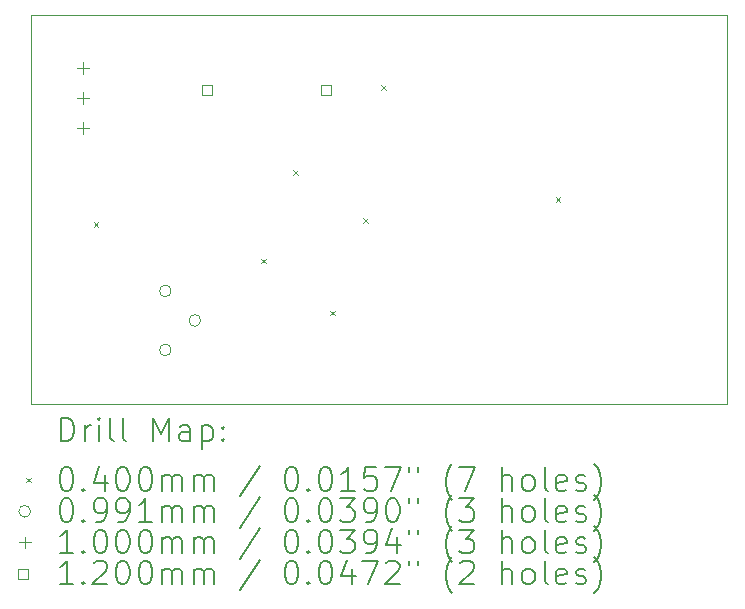
<source format=gbr>
%FSLAX45Y45*%
G04 Gerber Fmt 4.5, Leading zero omitted, Abs format (unit mm)*
G04 Created by KiCad (PCBNEW (6.0.1)) date 2022-04-24 16:37:46*
%MOMM*%
%LPD*%
G01*
G04 APERTURE LIST*
%TA.AperFunction,Profile*%
%ADD10C,0.100000*%
%TD*%
%ADD11C,0.200000*%
%ADD12C,0.040000*%
%ADD13C,0.099060*%
%ADD14C,0.100000*%
%ADD15C,0.120000*%
G04 APERTURE END LIST*
D10*
X12790000Y-7190000D02*
X18680000Y-7190000D01*
X18680000Y-7190000D02*
X18680000Y-10480000D01*
X18680000Y-10480000D02*
X12790000Y-10480000D01*
X12790000Y-10480000D02*
X12790000Y-7190000D01*
D11*
D12*
X13320000Y-8940000D02*
X13360000Y-8980000D01*
X13360000Y-8940000D02*
X13320000Y-8980000D01*
X14740000Y-9250000D02*
X14780000Y-9290000D01*
X14780000Y-9250000D02*
X14740000Y-9290000D01*
X15010000Y-8500000D02*
X15050000Y-8540000D01*
X15050000Y-8500000D02*
X15010000Y-8540000D01*
X15320000Y-9690000D02*
X15360000Y-9730000D01*
X15360000Y-9690000D02*
X15320000Y-9730000D01*
X15600000Y-8910000D02*
X15640000Y-8950000D01*
X15640000Y-8910000D02*
X15600000Y-8950000D01*
X15753000Y-7783000D02*
X15793000Y-7823000D01*
X15793000Y-7783000D02*
X15753000Y-7823000D01*
X17230000Y-8730000D02*
X17270000Y-8770000D01*
X17270000Y-8730000D02*
X17230000Y-8770000D01*
D13*
X13975380Y-9523150D02*
G75*
G03*
X13975380Y-9523150I-49530J0D01*
G01*
X13975380Y-10023150D02*
G75*
G03*
X13975380Y-10023150I-49530J0D01*
G01*
X14225380Y-9773150D02*
G75*
G03*
X14225380Y-9773150I-49530J0D01*
G01*
D14*
X13227500Y-7584500D02*
X13227500Y-7684500D01*
X13177500Y-7634500D02*
X13277500Y-7634500D01*
X13227500Y-7838500D02*
X13227500Y-7938500D01*
X13177500Y-7888500D02*
X13277500Y-7888500D01*
X13227500Y-8092500D02*
X13227500Y-8192500D01*
X13177500Y-8142500D02*
X13277500Y-8142500D01*
D15*
X14325227Y-7865627D02*
X14325227Y-7780773D01*
X14240373Y-7780773D01*
X14240373Y-7865627D01*
X14325227Y-7865627D01*
X15325227Y-7865627D02*
X15325227Y-7780773D01*
X15240373Y-7780773D01*
X15240373Y-7865627D01*
X15325227Y-7865627D01*
D11*
X13042619Y-10795476D02*
X13042619Y-10595476D01*
X13090238Y-10595476D01*
X13118809Y-10605000D01*
X13137857Y-10624048D01*
X13147381Y-10643095D01*
X13156905Y-10681190D01*
X13156905Y-10709762D01*
X13147381Y-10747857D01*
X13137857Y-10766905D01*
X13118809Y-10785952D01*
X13090238Y-10795476D01*
X13042619Y-10795476D01*
X13242619Y-10795476D02*
X13242619Y-10662143D01*
X13242619Y-10700238D02*
X13252143Y-10681190D01*
X13261667Y-10671667D01*
X13280714Y-10662143D01*
X13299762Y-10662143D01*
X13366428Y-10795476D02*
X13366428Y-10662143D01*
X13366428Y-10595476D02*
X13356905Y-10605000D01*
X13366428Y-10614524D01*
X13375952Y-10605000D01*
X13366428Y-10595476D01*
X13366428Y-10614524D01*
X13490238Y-10795476D02*
X13471190Y-10785952D01*
X13461667Y-10766905D01*
X13461667Y-10595476D01*
X13595000Y-10795476D02*
X13575952Y-10785952D01*
X13566428Y-10766905D01*
X13566428Y-10595476D01*
X13823571Y-10795476D02*
X13823571Y-10595476D01*
X13890238Y-10738333D01*
X13956905Y-10595476D01*
X13956905Y-10795476D01*
X14137857Y-10795476D02*
X14137857Y-10690714D01*
X14128333Y-10671667D01*
X14109286Y-10662143D01*
X14071190Y-10662143D01*
X14052143Y-10671667D01*
X14137857Y-10785952D02*
X14118809Y-10795476D01*
X14071190Y-10795476D01*
X14052143Y-10785952D01*
X14042619Y-10766905D01*
X14042619Y-10747857D01*
X14052143Y-10728810D01*
X14071190Y-10719286D01*
X14118809Y-10719286D01*
X14137857Y-10709762D01*
X14233095Y-10662143D02*
X14233095Y-10862143D01*
X14233095Y-10671667D02*
X14252143Y-10662143D01*
X14290238Y-10662143D01*
X14309286Y-10671667D01*
X14318809Y-10681190D01*
X14328333Y-10700238D01*
X14328333Y-10757381D01*
X14318809Y-10776429D01*
X14309286Y-10785952D01*
X14290238Y-10795476D01*
X14252143Y-10795476D01*
X14233095Y-10785952D01*
X14414048Y-10776429D02*
X14423571Y-10785952D01*
X14414048Y-10795476D01*
X14404524Y-10785952D01*
X14414048Y-10776429D01*
X14414048Y-10795476D01*
X14414048Y-10671667D02*
X14423571Y-10681190D01*
X14414048Y-10690714D01*
X14404524Y-10681190D01*
X14414048Y-10671667D01*
X14414048Y-10690714D01*
D12*
X12745000Y-11105000D02*
X12785000Y-11145000D01*
X12785000Y-11105000D02*
X12745000Y-11145000D01*
D11*
X13080714Y-11015476D02*
X13099762Y-11015476D01*
X13118809Y-11025000D01*
X13128333Y-11034524D01*
X13137857Y-11053571D01*
X13147381Y-11091667D01*
X13147381Y-11139286D01*
X13137857Y-11177381D01*
X13128333Y-11196428D01*
X13118809Y-11205952D01*
X13099762Y-11215476D01*
X13080714Y-11215476D01*
X13061667Y-11205952D01*
X13052143Y-11196428D01*
X13042619Y-11177381D01*
X13033095Y-11139286D01*
X13033095Y-11091667D01*
X13042619Y-11053571D01*
X13052143Y-11034524D01*
X13061667Y-11025000D01*
X13080714Y-11015476D01*
X13233095Y-11196428D02*
X13242619Y-11205952D01*
X13233095Y-11215476D01*
X13223571Y-11205952D01*
X13233095Y-11196428D01*
X13233095Y-11215476D01*
X13414048Y-11082143D02*
X13414048Y-11215476D01*
X13366428Y-11005952D02*
X13318809Y-11148810D01*
X13442619Y-11148810D01*
X13556905Y-11015476D02*
X13575952Y-11015476D01*
X13595000Y-11025000D01*
X13604524Y-11034524D01*
X13614048Y-11053571D01*
X13623571Y-11091667D01*
X13623571Y-11139286D01*
X13614048Y-11177381D01*
X13604524Y-11196428D01*
X13595000Y-11205952D01*
X13575952Y-11215476D01*
X13556905Y-11215476D01*
X13537857Y-11205952D01*
X13528333Y-11196428D01*
X13518809Y-11177381D01*
X13509286Y-11139286D01*
X13509286Y-11091667D01*
X13518809Y-11053571D01*
X13528333Y-11034524D01*
X13537857Y-11025000D01*
X13556905Y-11015476D01*
X13747381Y-11015476D02*
X13766428Y-11015476D01*
X13785476Y-11025000D01*
X13795000Y-11034524D01*
X13804524Y-11053571D01*
X13814048Y-11091667D01*
X13814048Y-11139286D01*
X13804524Y-11177381D01*
X13795000Y-11196428D01*
X13785476Y-11205952D01*
X13766428Y-11215476D01*
X13747381Y-11215476D01*
X13728333Y-11205952D01*
X13718809Y-11196428D01*
X13709286Y-11177381D01*
X13699762Y-11139286D01*
X13699762Y-11091667D01*
X13709286Y-11053571D01*
X13718809Y-11034524D01*
X13728333Y-11025000D01*
X13747381Y-11015476D01*
X13899762Y-11215476D02*
X13899762Y-11082143D01*
X13899762Y-11101190D02*
X13909286Y-11091667D01*
X13928333Y-11082143D01*
X13956905Y-11082143D01*
X13975952Y-11091667D01*
X13985476Y-11110714D01*
X13985476Y-11215476D01*
X13985476Y-11110714D02*
X13995000Y-11091667D01*
X14014048Y-11082143D01*
X14042619Y-11082143D01*
X14061667Y-11091667D01*
X14071190Y-11110714D01*
X14071190Y-11215476D01*
X14166428Y-11215476D02*
X14166428Y-11082143D01*
X14166428Y-11101190D02*
X14175952Y-11091667D01*
X14195000Y-11082143D01*
X14223571Y-11082143D01*
X14242619Y-11091667D01*
X14252143Y-11110714D01*
X14252143Y-11215476D01*
X14252143Y-11110714D02*
X14261667Y-11091667D01*
X14280714Y-11082143D01*
X14309286Y-11082143D01*
X14328333Y-11091667D01*
X14337857Y-11110714D01*
X14337857Y-11215476D01*
X14728333Y-11005952D02*
X14556905Y-11263095D01*
X14985476Y-11015476D02*
X15004524Y-11015476D01*
X15023571Y-11025000D01*
X15033095Y-11034524D01*
X15042619Y-11053571D01*
X15052143Y-11091667D01*
X15052143Y-11139286D01*
X15042619Y-11177381D01*
X15033095Y-11196428D01*
X15023571Y-11205952D01*
X15004524Y-11215476D01*
X14985476Y-11215476D01*
X14966428Y-11205952D01*
X14956905Y-11196428D01*
X14947381Y-11177381D01*
X14937857Y-11139286D01*
X14937857Y-11091667D01*
X14947381Y-11053571D01*
X14956905Y-11034524D01*
X14966428Y-11025000D01*
X14985476Y-11015476D01*
X15137857Y-11196428D02*
X15147381Y-11205952D01*
X15137857Y-11215476D01*
X15128333Y-11205952D01*
X15137857Y-11196428D01*
X15137857Y-11215476D01*
X15271190Y-11015476D02*
X15290238Y-11015476D01*
X15309286Y-11025000D01*
X15318809Y-11034524D01*
X15328333Y-11053571D01*
X15337857Y-11091667D01*
X15337857Y-11139286D01*
X15328333Y-11177381D01*
X15318809Y-11196428D01*
X15309286Y-11205952D01*
X15290238Y-11215476D01*
X15271190Y-11215476D01*
X15252143Y-11205952D01*
X15242619Y-11196428D01*
X15233095Y-11177381D01*
X15223571Y-11139286D01*
X15223571Y-11091667D01*
X15233095Y-11053571D01*
X15242619Y-11034524D01*
X15252143Y-11025000D01*
X15271190Y-11015476D01*
X15528333Y-11215476D02*
X15414048Y-11215476D01*
X15471190Y-11215476D02*
X15471190Y-11015476D01*
X15452143Y-11044048D01*
X15433095Y-11063095D01*
X15414048Y-11072619D01*
X15709286Y-11015476D02*
X15614048Y-11015476D01*
X15604524Y-11110714D01*
X15614048Y-11101190D01*
X15633095Y-11091667D01*
X15680714Y-11091667D01*
X15699762Y-11101190D01*
X15709286Y-11110714D01*
X15718809Y-11129762D01*
X15718809Y-11177381D01*
X15709286Y-11196428D01*
X15699762Y-11205952D01*
X15680714Y-11215476D01*
X15633095Y-11215476D01*
X15614048Y-11205952D01*
X15604524Y-11196428D01*
X15785476Y-11015476D02*
X15918809Y-11015476D01*
X15833095Y-11215476D01*
X15985476Y-11015476D02*
X15985476Y-11053571D01*
X16061667Y-11015476D02*
X16061667Y-11053571D01*
X16356905Y-11291667D02*
X16347381Y-11282143D01*
X16328333Y-11253571D01*
X16318809Y-11234524D01*
X16309286Y-11205952D01*
X16299762Y-11158333D01*
X16299762Y-11120238D01*
X16309286Y-11072619D01*
X16318809Y-11044048D01*
X16328333Y-11025000D01*
X16347381Y-10996429D01*
X16356905Y-10986905D01*
X16414048Y-11015476D02*
X16547381Y-11015476D01*
X16461667Y-11215476D01*
X16775952Y-11215476D02*
X16775952Y-11015476D01*
X16861667Y-11215476D02*
X16861667Y-11110714D01*
X16852143Y-11091667D01*
X16833095Y-11082143D01*
X16804524Y-11082143D01*
X16785476Y-11091667D01*
X16775952Y-11101190D01*
X16985476Y-11215476D02*
X16966429Y-11205952D01*
X16956905Y-11196428D01*
X16947381Y-11177381D01*
X16947381Y-11120238D01*
X16956905Y-11101190D01*
X16966429Y-11091667D01*
X16985476Y-11082143D01*
X17014048Y-11082143D01*
X17033095Y-11091667D01*
X17042619Y-11101190D01*
X17052143Y-11120238D01*
X17052143Y-11177381D01*
X17042619Y-11196428D01*
X17033095Y-11205952D01*
X17014048Y-11215476D01*
X16985476Y-11215476D01*
X17166429Y-11215476D02*
X17147381Y-11205952D01*
X17137857Y-11186905D01*
X17137857Y-11015476D01*
X17318810Y-11205952D02*
X17299762Y-11215476D01*
X17261667Y-11215476D01*
X17242619Y-11205952D01*
X17233095Y-11186905D01*
X17233095Y-11110714D01*
X17242619Y-11091667D01*
X17261667Y-11082143D01*
X17299762Y-11082143D01*
X17318810Y-11091667D01*
X17328333Y-11110714D01*
X17328333Y-11129762D01*
X17233095Y-11148810D01*
X17404524Y-11205952D02*
X17423571Y-11215476D01*
X17461667Y-11215476D01*
X17480714Y-11205952D01*
X17490238Y-11186905D01*
X17490238Y-11177381D01*
X17480714Y-11158333D01*
X17461667Y-11148810D01*
X17433095Y-11148810D01*
X17414048Y-11139286D01*
X17404524Y-11120238D01*
X17404524Y-11110714D01*
X17414048Y-11091667D01*
X17433095Y-11082143D01*
X17461667Y-11082143D01*
X17480714Y-11091667D01*
X17556905Y-11291667D02*
X17566429Y-11282143D01*
X17585476Y-11253571D01*
X17595000Y-11234524D01*
X17604524Y-11205952D01*
X17614048Y-11158333D01*
X17614048Y-11120238D01*
X17604524Y-11072619D01*
X17595000Y-11044048D01*
X17585476Y-11025000D01*
X17566429Y-10996429D01*
X17556905Y-10986905D01*
D13*
X12785000Y-11389000D02*
G75*
G03*
X12785000Y-11389000I-49530J0D01*
G01*
D11*
X13080714Y-11279476D02*
X13099762Y-11279476D01*
X13118809Y-11289000D01*
X13128333Y-11298524D01*
X13137857Y-11317571D01*
X13147381Y-11355667D01*
X13147381Y-11403286D01*
X13137857Y-11441381D01*
X13128333Y-11460428D01*
X13118809Y-11469952D01*
X13099762Y-11479476D01*
X13080714Y-11479476D01*
X13061667Y-11469952D01*
X13052143Y-11460428D01*
X13042619Y-11441381D01*
X13033095Y-11403286D01*
X13033095Y-11355667D01*
X13042619Y-11317571D01*
X13052143Y-11298524D01*
X13061667Y-11289000D01*
X13080714Y-11279476D01*
X13233095Y-11460428D02*
X13242619Y-11469952D01*
X13233095Y-11479476D01*
X13223571Y-11469952D01*
X13233095Y-11460428D01*
X13233095Y-11479476D01*
X13337857Y-11479476D02*
X13375952Y-11479476D01*
X13395000Y-11469952D01*
X13404524Y-11460428D01*
X13423571Y-11431857D01*
X13433095Y-11393762D01*
X13433095Y-11317571D01*
X13423571Y-11298524D01*
X13414048Y-11289000D01*
X13395000Y-11279476D01*
X13356905Y-11279476D01*
X13337857Y-11289000D01*
X13328333Y-11298524D01*
X13318809Y-11317571D01*
X13318809Y-11365190D01*
X13328333Y-11384238D01*
X13337857Y-11393762D01*
X13356905Y-11403286D01*
X13395000Y-11403286D01*
X13414048Y-11393762D01*
X13423571Y-11384238D01*
X13433095Y-11365190D01*
X13528333Y-11479476D02*
X13566428Y-11479476D01*
X13585476Y-11469952D01*
X13595000Y-11460428D01*
X13614048Y-11431857D01*
X13623571Y-11393762D01*
X13623571Y-11317571D01*
X13614048Y-11298524D01*
X13604524Y-11289000D01*
X13585476Y-11279476D01*
X13547381Y-11279476D01*
X13528333Y-11289000D01*
X13518809Y-11298524D01*
X13509286Y-11317571D01*
X13509286Y-11365190D01*
X13518809Y-11384238D01*
X13528333Y-11393762D01*
X13547381Y-11403286D01*
X13585476Y-11403286D01*
X13604524Y-11393762D01*
X13614048Y-11384238D01*
X13623571Y-11365190D01*
X13814048Y-11479476D02*
X13699762Y-11479476D01*
X13756905Y-11479476D02*
X13756905Y-11279476D01*
X13737857Y-11308048D01*
X13718809Y-11327095D01*
X13699762Y-11336619D01*
X13899762Y-11479476D02*
X13899762Y-11346143D01*
X13899762Y-11365190D02*
X13909286Y-11355667D01*
X13928333Y-11346143D01*
X13956905Y-11346143D01*
X13975952Y-11355667D01*
X13985476Y-11374714D01*
X13985476Y-11479476D01*
X13985476Y-11374714D02*
X13995000Y-11355667D01*
X14014048Y-11346143D01*
X14042619Y-11346143D01*
X14061667Y-11355667D01*
X14071190Y-11374714D01*
X14071190Y-11479476D01*
X14166428Y-11479476D02*
X14166428Y-11346143D01*
X14166428Y-11365190D02*
X14175952Y-11355667D01*
X14195000Y-11346143D01*
X14223571Y-11346143D01*
X14242619Y-11355667D01*
X14252143Y-11374714D01*
X14252143Y-11479476D01*
X14252143Y-11374714D02*
X14261667Y-11355667D01*
X14280714Y-11346143D01*
X14309286Y-11346143D01*
X14328333Y-11355667D01*
X14337857Y-11374714D01*
X14337857Y-11479476D01*
X14728333Y-11269952D02*
X14556905Y-11527095D01*
X14985476Y-11279476D02*
X15004524Y-11279476D01*
X15023571Y-11289000D01*
X15033095Y-11298524D01*
X15042619Y-11317571D01*
X15052143Y-11355667D01*
X15052143Y-11403286D01*
X15042619Y-11441381D01*
X15033095Y-11460428D01*
X15023571Y-11469952D01*
X15004524Y-11479476D01*
X14985476Y-11479476D01*
X14966428Y-11469952D01*
X14956905Y-11460428D01*
X14947381Y-11441381D01*
X14937857Y-11403286D01*
X14937857Y-11355667D01*
X14947381Y-11317571D01*
X14956905Y-11298524D01*
X14966428Y-11289000D01*
X14985476Y-11279476D01*
X15137857Y-11460428D02*
X15147381Y-11469952D01*
X15137857Y-11479476D01*
X15128333Y-11469952D01*
X15137857Y-11460428D01*
X15137857Y-11479476D01*
X15271190Y-11279476D02*
X15290238Y-11279476D01*
X15309286Y-11289000D01*
X15318809Y-11298524D01*
X15328333Y-11317571D01*
X15337857Y-11355667D01*
X15337857Y-11403286D01*
X15328333Y-11441381D01*
X15318809Y-11460428D01*
X15309286Y-11469952D01*
X15290238Y-11479476D01*
X15271190Y-11479476D01*
X15252143Y-11469952D01*
X15242619Y-11460428D01*
X15233095Y-11441381D01*
X15223571Y-11403286D01*
X15223571Y-11355667D01*
X15233095Y-11317571D01*
X15242619Y-11298524D01*
X15252143Y-11289000D01*
X15271190Y-11279476D01*
X15404524Y-11279476D02*
X15528333Y-11279476D01*
X15461667Y-11355667D01*
X15490238Y-11355667D01*
X15509286Y-11365190D01*
X15518809Y-11374714D01*
X15528333Y-11393762D01*
X15528333Y-11441381D01*
X15518809Y-11460428D01*
X15509286Y-11469952D01*
X15490238Y-11479476D01*
X15433095Y-11479476D01*
X15414048Y-11469952D01*
X15404524Y-11460428D01*
X15623571Y-11479476D02*
X15661667Y-11479476D01*
X15680714Y-11469952D01*
X15690238Y-11460428D01*
X15709286Y-11431857D01*
X15718809Y-11393762D01*
X15718809Y-11317571D01*
X15709286Y-11298524D01*
X15699762Y-11289000D01*
X15680714Y-11279476D01*
X15642619Y-11279476D01*
X15623571Y-11289000D01*
X15614048Y-11298524D01*
X15604524Y-11317571D01*
X15604524Y-11365190D01*
X15614048Y-11384238D01*
X15623571Y-11393762D01*
X15642619Y-11403286D01*
X15680714Y-11403286D01*
X15699762Y-11393762D01*
X15709286Y-11384238D01*
X15718809Y-11365190D01*
X15842619Y-11279476D02*
X15861667Y-11279476D01*
X15880714Y-11289000D01*
X15890238Y-11298524D01*
X15899762Y-11317571D01*
X15909286Y-11355667D01*
X15909286Y-11403286D01*
X15899762Y-11441381D01*
X15890238Y-11460428D01*
X15880714Y-11469952D01*
X15861667Y-11479476D01*
X15842619Y-11479476D01*
X15823571Y-11469952D01*
X15814048Y-11460428D01*
X15804524Y-11441381D01*
X15795000Y-11403286D01*
X15795000Y-11355667D01*
X15804524Y-11317571D01*
X15814048Y-11298524D01*
X15823571Y-11289000D01*
X15842619Y-11279476D01*
X15985476Y-11279476D02*
X15985476Y-11317571D01*
X16061667Y-11279476D02*
X16061667Y-11317571D01*
X16356905Y-11555667D02*
X16347381Y-11546143D01*
X16328333Y-11517571D01*
X16318809Y-11498524D01*
X16309286Y-11469952D01*
X16299762Y-11422333D01*
X16299762Y-11384238D01*
X16309286Y-11336619D01*
X16318809Y-11308048D01*
X16328333Y-11289000D01*
X16347381Y-11260428D01*
X16356905Y-11250905D01*
X16414048Y-11279476D02*
X16537857Y-11279476D01*
X16471190Y-11355667D01*
X16499762Y-11355667D01*
X16518809Y-11365190D01*
X16528333Y-11374714D01*
X16537857Y-11393762D01*
X16537857Y-11441381D01*
X16528333Y-11460428D01*
X16518809Y-11469952D01*
X16499762Y-11479476D01*
X16442619Y-11479476D01*
X16423571Y-11469952D01*
X16414048Y-11460428D01*
X16775952Y-11479476D02*
X16775952Y-11279476D01*
X16861667Y-11479476D02*
X16861667Y-11374714D01*
X16852143Y-11355667D01*
X16833095Y-11346143D01*
X16804524Y-11346143D01*
X16785476Y-11355667D01*
X16775952Y-11365190D01*
X16985476Y-11479476D02*
X16966429Y-11469952D01*
X16956905Y-11460428D01*
X16947381Y-11441381D01*
X16947381Y-11384238D01*
X16956905Y-11365190D01*
X16966429Y-11355667D01*
X16985476Y-11346143D01*
X17014048Y-11346143D01*
X17033095Y-11355667D01*
X17042619Y-11365190D01*
X17052143Y-11384238D01*
X17052143Y-11441381D01*
X17042619Y-11460428D01*
X17033095Y-11469952D01*
X17014048Y-11479476D01*
X16985476Y-11479476D01*
X17166429Y-11479476D02*
X17147381Y-11469952D01*
X17137857Y-11450905D01*
X17137857Y-11279476D01*
X17318810Y-11469952D02*
X17299762Y-11479476D01*
X17261667Y-11479476D01*
X17242619Y-11469952D01*
X17233095Y-11450905D01*
X17233095Y-11374714D01*
X17242619Y-11355667D01*
X17261667Y-11346143D01*
X17299762Y-11346143D01*
X17318810Y-11355667D01*
X17328333Y-11374714D01*
X17328333Y-11393762D01*
X17233095Y-11412809D01*
X17404524Y-11469952D02*
X17423571Y-11479476D01*
X17461667Y-11479476D01*
X17480714Y-11469952D01*
X17490238Y-11450905D01*
X17490238Y-11441381D01*
X17480714Y-11422333D01*
X17461667Y-11412809D01*
X17433095Y-11412809D01*
X17414048Y-11403286D01*
X17404524Y-11384238D01*
X17404524Y-11374714D01*
X17414048Y-11355667D01*
X17433095Y-11346143D01*
X17461667Y-11346143D01*
X17480714Y-11355667D01*
X17556905Y-11555667D02*
X17566429Y-11546143D01*
X17585476Y-11517571D01*
X17595000Y-11498524D01*
X17604524Y-11469952D01*
X17614048Y-11422333D01*
X17614048Y-11384238D01*
X17604524Y-11336619D01*
X17595000Y-11308048D01*
X17585476Y-11289000D01*
X17566429Y-11260428D01*
X17556905Y-11250905D01*
D14*
X12735000Y-11603000D02*
X12735000Y-11703000D01*
X12685000Y-11653000D02*
X12785000Y-11653000D01*
D11*
X13147381Y-11743476D02*
X13033095Y-11743476D01*
X13090238Y-11743476D02*
X13090238Y-11543476D01*
X13071190Y-11572048D01*
X13052143Y-11591095D01*
X13033095Y-11600619D01*
X13233095Y-11724428D02*
X13242619Y-11733952D01*
X13233095Y-11743476D01*
X13223571Y-11733952D01*
X13233095Y-11724428D01*
X13233095Y-11743476D01*
X13366428Y-11543476D02*
X13385476Y-11543476D01*
X13404524Y-11553000D01*
X13414048Y-11562524D01*
X13423571Y-11581571D01*
X13433095Y-11619667D01*
X13433095Y-11667286D01*
X13423571Y-11705381D01*
X13414048Y-11724428D01*
X13404524Y-11733952D01*
X13385476Y-11743476D01*
X13366428Y-11743476D01*
X13347381Y-11733952D01*
X13337857Y-11724428D01*
X13328333Y-11705381D01*
X13318809Y-11667286D01*
X13318809Y-11619667D01*
X13328333Y-11581571D01*
X13337857Y-11562524D01*
X13347381Y-11553000D01*
X13366428Y-11543476D01*
X13556905Y-11543476D02*
X13575952Y-11543476D01*
X13595000Y-11553000D01*
X13604524Y-11562524D01*
X13614048Y-11581571D01*
X13623571Y-11619667D01*
X13623571Y-11667286D01*
X13614048Y-11705381D01*
X13604524Y-11724428D01*
X13595000Y-11733952D01*
X13575952Y-11743476D01*
X13556905Y-11743476D01*
X13537857Y-11733952D01*
X13528333Y-11724428D01*
X13518809Y-11705381D01*
X13509286Y-11667286D01*
X13509286Y-11619667D01*
X13518809Y-11581571D01*
X13528333Y-11562524D01*
X13537857Y-11553000D01*
X13556905Y-11543476D01*
X13747381Y-11543476D02*
X13766428Y-11543476D01*
X13785476Y-11553000D01*
X13795000Y-11562524D01*
X13804524Y-11581571D01*
X13814048Y-11619667D01*
X13814048Y-11667286D01*
X13804524Y-11705381D01*
X13795000Y-11724428D01*
X13785476Y-11733952D01*
X13766428Y-11743476D01*
X13747381Y-11743476D01*
X13728333Y-11733952D01*
X13718809Y-11724428D01*
X13709286Y-11705381D01*
X13699762Y-11667286D01*
X13699762Y-11619667D01*
X13709286Y-11581571D01*
X13718809Y-11562524D01*
X13728333Y-11553000D01*
X13747381Y-11543476D01*
X13899762Y-11743476D02*
X13899762Y-11610143D01*
X13899762Y-11629190D02*
X13909286Y-11619667D01*
X13928333Y-11610143D01*
X13956905Y-11610143D01*
X13975952Y-11619667D01*
X13985476Y-11638714D01*
X13985476Y-11743476D01*
X13985476Y-11638714D02*
X13995000Y-11619667D01*
X14014048Y-11610143D01*
X14042619Y-11610143D01*
X14061667Y-11619667D01*
X14071190Y-11638714D01*
X14071190Y-11743476D01*
X14166428Y-11743476D02*
X14166428Y-11610143D01*
X14166428Y-11629190D02*
X14175952Y-11619667D01*
X14195000Y-11610143D01*
X14223571Y-11610143D01*
X14242619Y-11619667D01*
X14252143Y-11638714D01*
X14252143Y-11743476D01*
X14252143Y-11638714D02*
X14261667Y-11619667D01*
X14280714Y-11610143D01*
X14309286Y-11610143D01*
X14328333Y-11619667D01*
X14337857Y-11638714D01*
X14337857Y-11743476D01*
X14728333Y-11533952D02*
X14556905Y-11791095D01*
X14985476Y-11543476D02*
X15004524Y-11543476D01*
X15023571Y-11553000D01*
X15033095Y-11562524D01*
X15042619Y-11581571D01*
X15052143Y-11619667D01*
X15052143Y-11667286D01*
X15042619Y-11705381D01*
X15033095Y-11724428D01*
X15023571Y-11733952D01*
X15004524Y-11743476D01*
X14985476Y-11743476D01*
X14966428Y-11733952D01*
X14956905Y-11724428D01*
X14947381Y-11705381D01*
X14937857Y-11667286D01*
X14937857Y-11619667D01*
X14947381Y-11581571D01*
X14956905Y-11562524D01*
X14966428Y-11553000D01*
X14985476Y-11543476D01*
X15137857Y-11724428D02*
X15147381Y-11733952D01*
X15137857Y-11743476D01*
X15128333Y-11733952D01*
X15137857Y-11724428D01*
X15137857Y-11743476D01*
X15271190Y-11543476D02*
X15290238Y-11543476D01*
X15309286Y-11553000D01*
X15318809Y-11562524D01*
X15328333Y-11581571D01*
X15337857Y-11619667D01*
X15337857Y-11667286D01*
X15328333Y-11705381D01*
X15318809Y-11724428D01*
X15309286Y-11733952D01*
X15290238Y-11743476D01*
X15271190Y-11743476D01*
X15252143Y-11733952D01*
X15242619Y-11724428D01*
X15233095Y-11705381D01*
X15223571Y-11667286D01*
X15223571Y-11619667D01*
X15233095Y-11581571D01*
X15242619Y-11562524D01*
X15252143Y-11553000D01*
X15271190Y-11543476D01*
X15404524Y-11543476D02*
X15528333Y-11543476D01*
X15461667Y-11619667D01*
X15490238Y-11619667D01*
X15509286Y-11629190D01*
X15518809Y-11638714D01*
X15528333Y-11657762D01*
X15528333Y-11705381D01*
X15518809Y-11724428D01*
X15509286Y-11733952D01*
X15490238Y-11743476D01*
X15433095Y-11743476D01*
X15414048Y-11733952D01*
X15404524Y-11724428D01*
X15623571Y-11743476D02*
X15661667Y-11743476D01*
X15680714Y-11733952D01*
X15690238Y-11724428D01*
X15709286Y-11695857D01*
X15718809Y-11657762D01*
X15718809Y-11581571D01*
X15709286Y-11562524D01*
X15699762Y-11553000D01*
X15680714Y-11543476D01*
X15642619Y-11543476D01*
X15623571Y-11553000D01*
X15614048Y-11562524D01*
X15604524Y-11581571D01*
X15604524Y-11629190D01*
X15614048Y-11648238D01*
X15623571Y-11657762D01*
X15642619Y-11667286D01*
X15680714Y-11667286D01*
X15699762Y-11657762D01*
X15709286Y-11648238D01*
X15718809Y-11629190D01*
X15890238Y-11610143D02*
X15890238Y-11743476D01*
X15842619Y-11533952D02*
X15795000Y-11676809D01*
X15918809Y-11676809D01*
X15985476Y-11543476D02*
X15985476Y-11581571D01*
X16061667Y-11543476D02*
X16061667Y-11581571D01*
X16356905Y-11819667D02*
X16347381Y-11810143D01*
X16328333Y-11781571D01*
X16318809Y-11762524D01*
X16309286Y-11733952D01*
X16299762Y-11686333D01*
X16299762Y-11648238D01*
X16309286Y-11600619D01*
X16318809Y-11572048D01*
X16328333Y-11553000D01*
X16347381Y-11524428D01*
X16356905Y-11514905D01*
X16414048Y-11543476D02*
X16537857Y-11543476D01*
X16471190Y-11619667D01*
X16499762Y-11619667D01*
X16518809Y-11629190D01*
X16528333Y-11638714D01*
X16537857Y-11657762D01*
X16537857Y-11705381D01*
X16528333Y-11724428D01*
X16518809Y-11733952D01*
X16499762Y-11743476D01*
X16442619Y-11743476D01*
X16423571Y-11733952D01*
X16414048Y-11724428D01*
X16775952Y-11743476D02*
X16775952Y-11543476D01*
X16861667Y-11743476D02*
X16861667Y-11638714D01*
X16852143Y-11619667D01*
X16833095Y-11610143D01*
X16804524Y-11610143D01*
X16785476Y-11619667D01*
X16775952Y-11629190D01*
X16985476Y-11743476D02*
X16966429Y-11733952D01*
X16956905Y-11724428D01*
X16947381Y-11705381D01*
X16947381Y-11648238D01*
X16956905Y-11629190D01*
X16966429Y-11619667D01*
X16985476Y-11610143D01*
X17014048Y-11610143D01*
X17033095Y-11619667D01*
X17042619Y-11629190D01*
X17052143Y-11648238D01*
X17052143Y-11705381D01*
X17042619Y-11724428D01*
X17033095Y-11733952D01*
X17014048Y-11743476D01*
X16985476Y-11743476D01*
X17166429Y-11743476D02*
X17147381Y-11733952D01*
X17137857Y-11714905D01*
X17137857Y-11543476D01*
X17318810Y-11733952D02*
X17299762Y-11743476D01*
X17261667Y-11743476D01*
X17242619Y-11733952D01*
X17233095Y-11714905D01*
X17233095Y-11638714D01*
X17242619Y-11619667D01*
X17261667Y-11610143D01*
X17299762Y-11610143D01*
X17318810Y-11619667D01*
X17328333Y-11638714D01*
X17328333Y-11657762D01*
X17233095Y-11676809D01*
X17404524Y-11733952D02*
X17423571Y-11743476D01*
X17461667Y-11743476D01*
X17480714Y-11733952D01*
X17490238Y-11714905D01*
X17490238Y-11705381D01*
X17480714Y-11686333D01*
X17461667Y-11676809D01*
X17433095Y-11676809D01*
X17414048Y-11667286D01*
X17404524Y-11648238D01*
X17404524Y-11638714D01*
X17414048Y-11619667D01*
X17433095Y-11610143D01*
X17461667Y-11610143D01*
X17480714Y-11619667D01*
X17556905Y-11819667D02*
X17566429Y-11810143D01*
X17585476Y-11781571D01*
X17595000Y-11762524D01*
X17604524Y-11733952D01*
X17614048Y-11686333D01*
X17614048Y-11648238D01*
X17604524Y-11600619D01*
X17595000Y-11572048D01*
X17585476Y-11553000D01*
X17566429Y-11524428D01*
X17556905Y-11514905D01*
D15*
X12767427Y-11959427D02*
X12767427Y-11874573D01*
X12682573Y-11874573D01*
X12682573Y-11959427D01*
X12767427Y-11959427D01*
D11*
X13147381Y-12007476D02*
X13033095Y-12007476D01*
X13090238Y-12007476D02*
X13090238Y-11807476D01*
X13071190Y-11836048D01*
X13052143Y-11855095D01*
X13033095Y-11864619D01*
X13233095Y-11988428D02*
X13242619Y-11997952D01*
X13233095Y-12007476D01*
X13223571Y-11997952D01*
X13233095Y-11988428D01*
X13233095Y-12007476D01*
X13318809Y-11826524D02*
X13328333Y-11817000D01*
X13347381Y-11807476D01*
X13395000Y-11807476D01*
X13414048Y-11817000D01*
X13423571Y-11826524D01*
X13433095Y-11845571D01*
X13433095Y-11864619D01*
X13423571Y-11893190D01*
X13309286Y-12007476D01*
X13433095Y-12007476D01*
X13556905Y-11807476D02*
X13575952Y-11807476D01*
X13595000Y-11817000D01*
X13604524Y-11826524D01*
X13614048Y-11845571D01*
X13623571Y-11883667D01*
X13623571Y-11931286D01*
X13614048Y-11969381D01*
X13604524Y-11988428D01*
X13595000Y-11997952D01*
X13575952Y-12007476D01*
X13556905Y-12007476D01*
X13537857Y-11997952D01*
X13528333Y-11988428D01*
X13518809Y-11969381D01*
X13509286Y-11931286D01*
X13509286Y-11883667D01*
X13518809Y-11845571D01*
X13528333Y-11826524D01*
X13537857Y-11817000D01*
X13556905Y-11807476D01*
X13747381Y-11807476D02*
X13766428Y-11807476D01*
X13785476Y-11817000D01*
X13795000Y-11826524D01*
X13804524Y-11845571D01*
X13814048Y-11883667D01*
X13814048Y-11931286D01*
X13804524Y-11969381D01*
X13795000Y-11988428D01*
X13785476Y-11997952D01*
X13766428Y-12007476D01*
X13747381Y-12007476D01*
X13728333Y-11997952D01*
X13718809Y-11988428D01*
X13709286Y-11969381D01*
X13699762Y-11931286D01*
X13699762Y-11883667D01*
X13709286Y-11845571D01*
X13718809Y-11826524D01*
X13728333Y-11817000D01*
X13747381Y-11807476D01*
X13899762Y-12007476D02*
X13899762Y-11874143D01*
X13899762Y-11893190D02*
X13909286Y-11883667D01*
X13928333Y-11874143D01*
X13956905Y-11874143D01*
X13975952Y-11883667D01*
X13985476Y-11902714D01*
X13985476Y-12007476D01*
X13985476Y-11902714D02*
X13995000Y-11883667D01*
X14014048Y-11874143D01*
X14042619Y-11874143D01*
X14061667Y-11883667D01*
X14071190Y-11902714D01*
X14071190Y-12007476D01*
X14166428Y-12007476D02*
X14166428Y-11874143D01*
X14166428Y-11893190D02*
X14175952Y-11883667D01*
X14195000Y-11874143D01*
X14223571Y-11874143D01*
X14242619Y-11883667D01*
X14252143Y-11902714D01*
X14252143Y-12007476D01*
X14252143Y-11902714D02*
X14261667Y-11883667D01*
X14280714Y-11874143D01*
X14309286Y-11874143D01*
X14328333Y-11883667D01*
X14337857Y-11902714D01*
X14337857Y-12007476D01*
X14728333Y-11797952D02*
X14556905Y-12055095D01*
X14985476Y-11807476D02*
X15004524Y-11807476D01*
X15023571Y-11817000D01*
X15033095Y-11826524D01*
X15042619Y-11845571D01*
X15052143Y-11883667D01*
X15052143Y-11931286D01*
X15042619Y-11969381D01*
X15033095Y-11988428D01*
X15023571Y-11997952D01*
X15004524Y-12007476D01*
X14985476Y-12007476D01*
X14966428Y-11997952D01*
X14956905Y-11988428D01*
X14947381Y-11969381D01*
X14937857Y-11931286D01*
X14937857Y-11883667D01*
X14947381Y-11845571D01*
X14956905Y-11826524D01*
X14966428Y-11817000D01*
X14985476Y-11807476D01*
X15137857Y-11988428D02*
X15147381Y-11997952D01*
X15137857Y-12007476D01*
X15128333Y-11997952D01*
X15137857Y-11988428D01*
X15137857Y-12007476D01*
X15271190Y-11807476D02*
X15290238Y-11807476D01*
X15309286Y-11817000D01*
X15318809Y-11826524D01*
X15328333Y-11845571D01*
X15337857Y-11883667D01*
X15337857Y-11931286D01*
X15328333Y-11969381D01*
X15318809Y-11988428D01*
X15309286Y-11997952D01*
X15290238Y-12007476D01*
X15271190Y-12007476D01*
X15252143Y-11997952D01*
X15242619Y-11988428D01*
X15233095Y-11969381D01*
X15223571Y-11931286D01*
X15223571Y-11883667D01*
X15233095Y-11845571D01*
X15242619Y-11826524D01*
X15252143Y-11817000D01*
X15271190Y-11807476D01*
X15509286Y-11874143D02*
X15509286Y-12007476D01*
X15461667Y-11797952D02*
X15414048Y-11940809D01*
X15537857Y-11940809D01*
X15595000Y-11807476D02*
X15728333Y-11807476D01*
X15642619Y-12007476D01*
X15795000Y-11826524D02*
X15804524Y-11817000D01*
X15823571Y-11807476D01*
X15871190Y-11807476D01*
X15890238Y-11817000D01*
X15899762Y-11826524D01*
X15909286Y-11845571D01*
X15909286Y-11864619D01*
X15899762Y-11893190D01*
X15785476Y-12007476D01*
X15909286Y-12007476D01*
X15985476Y-11807476D02*
X15985476Y-11845571D01*
X16061667Y-11807476D02*
X16061667Y-11845571D01*
X16356905Y-12083667D02*
X16347381Y-12074143D01*
X16328333Y-12045571D01*
X16318809Y-12026524D01*
X16309286Y-11997952D01*
X16299762Y-11950333D01*
X16299762Y-11912238D01*
X16309286Y-11864619D01*
X16318809Y-11836048D01*
X16328333Y-11817000D01*
X16347381Y-11788428D01*
X16356905Y-11778905D01*
X16423571Y-11826524D02*
X16433095Y-11817000D01*
X16452143Y-11807476D01*
X16499762Y-11807476D01*
X16518809Y-11817000D01*
X16528333Y-11826524D01*
X16537857Y-11845571D01*
X16537857Y-11864619D01*
X16528333Y-11893190D01*
X16414048Y-12007476D01*
X16537857Y-12007476D01*
X16775952Y-12007476D02*
X16775952Y-11807476D01*
X16861667Y-12007476D02*
X16861667Y-11902714D01*
X16852143Y-11883667D01*
X16833095Y-11874143D01*
X16804524Y-11874143D01*
X16785476Y-11883667D01*
X16775952Y-11893190D01*
X16985476Y-12007476D02*
X16966429Y-11997952D01*
X16956905Y-11988428D01*
X16947381Y-11969381D01*
X16947381Y-11912238D01*
X16956905Y-11893190D01*
X16966429Y-11883667D01*
X16985476Y-11874143D01*
X17014048Y-11874143D01*
X17033095Y-11883667D01*
X17042619Y-11893190D01*
X17052143Y-11912238D01*
X17052143Y-11969381D01*
X17042619Y-11988428D01*
X17033095Y-11997952D01*
X17014048Y-12007476D01*
X16985476Y-12007476D01*
X17166429Y-12007476D02*
X17147381Y-11997952D01*
X17137857Y-11978905D01*
X17137857Y-11807476D01*
X17318810Y-11997952D02*
X17299762Y-12007476D01*
X17261667Y-12007476D01*
X17242619Y-11997952D01*
X17233095Y-11978905D01*
X17233095Y-11902714D01*
X17242619Y-11883667D01*
X17261667Y-11874143D01*
X17299762Y-11874143D01*
X17318810Y-11883667D01*
X17328333Y-11902714D01*
X17328333Y-11921762D01*
X17233095Y-11940809D01*
X17404524Y-11997952D02*
X17423571Y-12007476D01*
X17461667Y-12007476D01*
X17480714Y-11997952D01*
X17490238Y-11978905D01*
X17490238Y-11969381D01*
X17480714Y-11950333D01*
X17461667Y-11940809D01*
X17433095Y-11940809D01*
X17414048Y-11931286D01*
X17404524Y-11912238D01*
X17404524Y-11902714D01*
X17414048Y-11883667D01*
X17433095Y-11874143D01*
X17461667Y-11874143D01*
X17480714Y-11883667D01*
X17556905Y-12083667D02*
X17566429Y-12074143D01*
X17585476Y-12045571D01*
X17595000Y-12026524D01*
X17604524Y-11997952D01*
X17614048Y-11950333D01*
X17614048Y-11912238D01*
X17604524Y-11864619D01*
X17595000Y-11836048D01*
X17585476Y-11817000D01*
X17566429Y-11788428D01*
X17556905Y-11778905D01*
M02*

</source>
